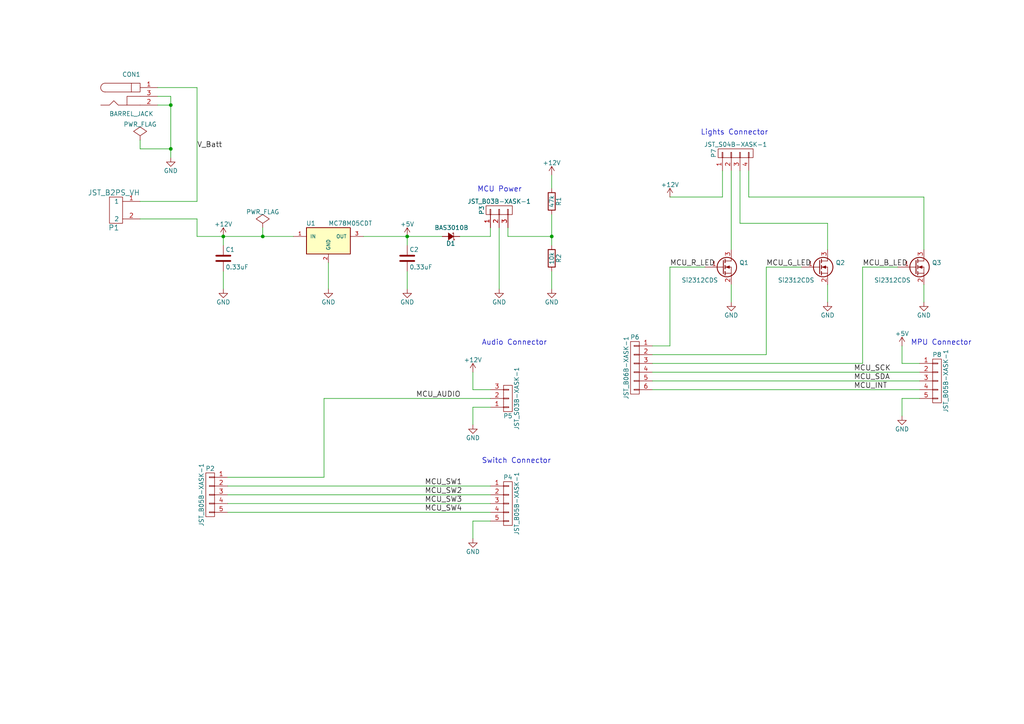
<source format=kicad_sch>
(kicad_sch (version 20230121) (generator eeschema)
  (paper "A4")
  (title_block (title "Light Saber Auxliliary Board") (company "Nightmechanics"))
  (lib_symbols
    (symbol "LightSaber-rescue:+12V" (power) (pin_names (offset 0))
      (property "Value" "+12V" (at 0 3.556 0))
      (symbol "+12V_0_1"
        (polyline (pts (xy -0.762 1.27) (xy 0 2.54)))
        (polyline (pts (xy 0 0) (xy 0 2.54)))
        (polyline (pts (xy 0 2.54) (xy 0.762 1.27)))
      )
      (symbol "+12V_1_1"
        (pin power_in line (at 0 0 90) (length 0) hide (name "+12V") (number "1"))
      )
    )
    (symbol "LightSaber-rescue:+5V" (power) (pin_names (offset 0))
      (property "Value" "+5V" (at 0 3.556 0))
      (symbol "+5V_0_1"
        (polyline (pts (xy -0.762 1.27) (xy 0 2.54)))
        (polyline (pts (xy 0 0) (xy 0 2.54)))
        (polyline (pts (xy 0 2.54) (xy 0.762 1.27)))
      )
      (symbol "+5V_1_1"
        (pin power_in line (at 0 0 90) (length 0) hide (name "+5V") (number "1"))
      )
    )
    (symbol "LightSaber-rescue:BARREL_JACK" (pin_names (offset 1.016))
      (property "Reference" "CON" (at 0 6.35 0))
      (property "Value" "BARREL_JACK" (at 0 -5.08 0))
      (symbol "BARREL_JACK_0_1"
        (arc (start -8.89 2.54) (mid -8.5271 1.6254) (end -7.62 1.27))
        (arc (start -7.62 3.81) (mid -8.5088 3.4366) (end -8.89 2.54))
        (polyline (pts (xy -7.62 1.27) (xy 0 1.27)))
        (polyline (pts (xy 0 3.81) (xy -7.62 3.81)))
        (polyline (pts (xy 2.54 0) (xy -1.27 0) (xy -1.27 -2.54)))
        (polyline (pts (xy 2.54 -2.54) (xy -3.81 -2.54) (xy -5.08 -1.27) (xy -6.35 -2.54) (xy -8.89 -2.54)))
        (rectangle (start 2.54 3.81) (end 0 1.27))
      )
      (symbol "BARREL_JACK_1_1"
        (pin passive line (at 7.62 2.54 180) (length 5.08) (name "~") (number "1"))
        (pin passive line (at 7.62 -2.54 180) (length 5.08) (name "~") (number "2"))
        (pin passive line (at 7.62 0 180) (length 5.08) (name "~") (number "3"))
      )
    )
    (symbol "LightSaber-rescue:BAS3010B" (pin_numbers hide) (pin_names (offset 0.254) hide)
      (property "Reference" "D" (at -1.27 2.032 0))
      (property "Value" "BAS3010B" (at -5.08 -2.54 0))
      (symbol "BAS3010B_0_1"
        (polyline (pts (xy -0.762 -1.016) (xy -0.762 1.016)))
        (polyline (pts (xy -0.762 -1.016) (xy -0.508 -1.016) (xy -0.508 -0.762)))
        (polyline (pts (xy -0.762 1.016) (xy -1.016 1.016) (xy -1.016 0.762)))
        (polyline (pts (xy 0.762 -1.016) (xy -0.762 0) (xy 0.762 1.016) (xy 0.762 -1.016)) (fill (type outline)))
      )
      (symbol "BAS3010B_1_1"
        (pin passive line (at -2.54 0 0) (length 1.778) (name "K") (number "1"))
        (pin passive line (at 2.54 0 180) (length 1.778) (name "A") (number "2"))
      )
    )
    (symbol "LightSaber-rescue:C" (pin_numbers hide) (pin_names (offset 0.254))
      (property "Reference" "C" (at 0.635 2.54 0))
      (property "Value" "C" (at 0.635 -2.54 0))
      (symbol "C_0_1"
        (polyline (pts (xy -2.032 -0.762) (xy 2.032 -0.762)) (stroke (width 0.508)))
        (polyline (pts (xy -2.032 0.762) (xy 2.032 0.762)) (stroke (width 0.508)))
      )
      (symbol "C_1_1"
        (pin passive line (at 0 3.81 270) (length 2.794) (name "~") (number "1"))
        (pin passive line (at 0 -3.81 90) (length 2.794) (name "~") (number "2"))
      )
    )
    (symbol "LightSaber-rescue:GND" (power) (pin_names (offset 0))
      (property "Value" "GND" (at 0 -3.81 0))
      (symbol "GND_0_1"
        (polyline (pts (xy 0 0) (xy 0 -1.27) (xy 1.27 -1.27) (xy 0 -2.54) (xy -1.27 -1.27) (xy 0 -1.27)))
      )
      (symbol "GND_1_1"
        (pin power_in line (at 0 0 270) (length 0) hide (name "GND") (number "1"))
      )
    )
    (symbol "LightSaber-rescue:JST_B03B-XASK-1" (pin_names (offset 1.016) hide)
      (property "Reference" "P" (at 0 5.08 0))
      (property "Value" "JST_B03B-XASK-1" (at 2.54 0 90))
      (symbol "JST_B03B-XASK-1_0_1"
        (rectangle (start -1.27 -2.413) (end 0.254 -2.667))
        (rectangle (start -1.27 0.127) (end 0.254 -0.127))
        (rectangle (start -1.27 2.667) (end 0.254 2.413))
        (rectangle (start -1.27 3.81) (end 1.27 -3.81))
      )
      (symbol "JST_B03B-XASK-1_1_1"
        (pin passive line (at -5.08 2.54 0) (length 3.81) (name "P1") (number "1"))
        (pin passive line (at -5.08 0 0) (length 3.81) (name "P2") (number "2"))
        (pin passive line (at -5.08 -2.54 0) (length 3.81) (name "P3") (number "3"))
      )
    )
    (symbol "LightSaber-rescue:JST_B05B-XASK-1" (pin_names (offset 1.016) hide)
      (property "Reference" "P" (at 0 7.62 0))
      (property "Value" "JST_B05B-XASK-1" (at 2.54 0 90))
      (symbol "JST_B05B-XASK-1_0_1"
        (rectangle (start -1.27 -4.953) (end 0.254 -5.207))
        (rectangle (start -1.27 -2.413) (end 0.254 -2.667))
        (rectangle (start -1.27 0.127) (end 0.254 -0.127))
        (rectangle (start -1.27 2.667) (end 0.254 2.413))
        (rectangle (start -1.27 5.207) (end 0.254 4.953))
        (rectangle (start -1.27 6.35) (end 1.27 -6.35))
      )
      (symbol "JST_B05B-XASK-1_1_1"
        (pin passive line (at -5.08 5.08 0) (length 3.81) (name "P1") (number "1"))
        (pin passive line (at -5.08 2.54 0) (length 3.81) (name "P2") (number "2"))
        (pin passive line (at -5.08 0 0) (length 3.81) (name "P3") (number "3"))
        (pin passive line (at -5.08 -2.54 0) (length 3.81) (name "P4") (number "4"))
        (pin passive line (at -5.08 -5.08 0) (length 3.81) (name "P5") (number "5"))
      )
    )
    (symbol "LightSaber-rescue:JST_B06B-XASK-1" (pin_names (offset 1.016) hide)
      (property "Reference" "P" (at 0 8.89 0))
      (property "Value" "JST_B06B-XASK-1" (at 2.54 0 90))
      (symbol "JST_B06B-XASK-1_0_1"
        (rectangle (start -1.27 -6.223) (end 0.254 -6.477))
        (rectangle (start -1.27 -3.683) (end 0.254 -3.937))
        (rectangle (start -1.27 -1.143) (end 0.254 -1.397))
        (rectangle (start -1.27 1.397) (end 0.254 1.143))
        (rectangle (start -1.27 3.937) (end 0.254 3.683))
        (rectangle (start -1.27 6.477) (end 0.254 6.223))
        (rectangle (start -1.27 7.62) (end 1.27 -7.62))
      )
      (symbol "JST_B06B-XASK-1_1_1"
        (pin passive line (at -5.08 6.35 0) (length 3.81) (name "P1") (number "1"))
        (pin passive line (at -5.08 3.81 0) (length 3.81) (name "P2") (number "2"))
        (pin passive line (at -5.08 1.27 0) (length 3.81) (name "P3") (number "3"))
        (pin passive line (at -5.08 -1.27 0) (length 3.81) (name "P4") (number "4"))
        (pin passive line (at -5.08 -3.81 0) (length 3.81) (name "P5") (number "5"))
        (pin passive line (at -5.08 -6.35 0) (length 3.81) (name "P6") (number "6"))
      )
    )
    (symbol "LightSaber-rescue:JST_B2PS_VH" (pin_names (offset 1.016))
      (property "Reference" "P" (at 0 -5.08 0))
      (property "Value" "JST_B2PS_VH" (at 0 5.08 0))
      (symbol "JST_B2PS_VH_0_1"
        (rectangle (start 2.54 3.81) (end -1.27 -3.81))
      )
      (symbol "JST_B2PS_VH_1_1"
        (pin passive line (at 7.62 2.54 180) (length 5.08) (name "1") (number "1"))
        (pin passive line (at 7.62 -2.54 180) (length 5.08) (name "2") (number "2"))
      )
    )
    (symbol "LightSaber-rescue:JST_S03B-XASK-1" (pin_names (offset 1.016) hide)
      (property "Reference" "P" (at 0 5.08 0))
      (property "Value" "JST_S03B-XASK-1" (at 2.54 0 90))
      (symbol "JST_S03B-XASK-1_0_1"
        (rectangle (start -1.27 -2.413) (end 0.254 -2.667))
        (rectangle (start -1.27 0.127) (end 0.254 -0.127))
        (rectangle (start -1.27 2.667) (end 0.254 2.413))
        (rectangle (start -1.27 3.81) (end 1.27 -3.81))
      )
      (symbol "JST_S03B-XASK-1_1_1"
        (pin passive line (at -5.08 2.54 0) (length 3.81) (name "P1") (number "1"))
        (pin passive line (at -5.08 0 0) (length 3.81) (name "P2") (number "2"))
        (pin passive line (at -5.08 -2.54 0) (length 3.81) (name "P3") (number "3"))
      )
    )
    (symbol "LightSaber-rescue:JST_S04B-XASK-1" (pin_names (offset 1.016) hide)
      (property "Reference" "P" (at 0 6.35 0))
      (property "Value" "JST_S04B-XASK-1" (at 2.54 0 90))
      (symbol "JST_S04B-XASK-1_0_1"
        (rectangle (start -1.27 -3.683) (end 0.254 -3.937))
        (rectangle (start -1.27 -1.143) (end 0.254 -1.397))
        (rectangle (start -1.27 1.397) (end 0.254 1.143))
        (rectangle (start -1.27 3.937) (end 0.254 3.683))
        (rectangle (start -1.27 5.08) (end 1.27 -5.08))
      )
      (symbol "JST_S04B-XASK-1_1_1"
        (pin passive line (at -5.08 3.81 0) (length 3.81) (name "P1") (number "1"))
        (pin passive line (at -5.08 1.27 0) (length 3.81) (name "P2") (number "2"))
        (pin passive line (at -5.08 -1.27 0) (length 3.81) (name "P3") (number "3"))
        (pin passive line (at -5.08 -3.81 0) (length 3.81) (name "P4") (number "4"))
      )
    )
    (symbol "LightSaber-rescue:MC78M05CDT" (pin_names (offset 1.016))
      (property "Reference" "U" (at -5.08 5.08 0))
      (property "Value" "MC78M05CDT" (at 0 5.08 0))
      (property "Footprint" "TO-252" (at 0 2.54 0))
      (symbol "MC78M05CDT_0_1"
        (rectangle (start -6.35 3.81) (end 6.35 -3.81) (stroke (width 0.254)) (fill (type background)))
      )
      (symbol "MC78M05CDT_1_1"
        (pin input line (at -10.16 1.27 0) (length 3.81) (name "IN") (number "1"))
        (pin power_in line (at 0 -6.35 90) (length 2.54) (name "GND") (number "2"))
        (pin power_out line (at 10.16 1.27 180) (length 3.81) (name "OUT") (number "3"))
      )
    )
    (symbol "LightSaber-rescue:PWR_FLAG" (power) (pin_numbers hide) (pin_names (offset 0) hide)
      (property "Value" "PWR_FLAG" (at 0 4.572 0))
      (symbol "PWR_FLAG_0_0"
        (pin power_out line (at 0 0 90) (length 0) (name "pwr") (number "1"))
      )
      (symbol "PWR_FLAG_0_1"
        (polyline (pts (xy 0 0) (xy 0 1.27) (xy -1.905 2.54) (xy 0 3.81) (xy 1.905 2.54) (xy 0 1.27)))
      )
    )
    (symbol "LightSaber-rescue:R" (pin_numbers hide) (pin_names (offset 0))
      (property "Reference" "R" (at 2.032 0 90))
      (property "Value" "R" (at 0 0 90))
      (symbol "R_0_1"
        (rectangle (start -1.016 -2.54) (end 1.016 2.54) (stroke (width 0.254)))
      )
      (symbol "R_1_1"
        (pin passive line (at 0 3.81 270) (length 1.27) (name "~") (number "1"))
        (pin passive line (at 0 -3.81 90) (length 1.27) (name "~") (number "2"))
      )
    )
    (symbol "LightSaber-rescue:Si2312CDS" (pin_names (offset 0) hide)
      (property "Reference" "Q" (at 7.62 1.27 0))
      (property "Value" "Si2312CDS" (at 16.51 -1.27 0))
      (symbol "Si2312CDS_0_1"
        (polyline (pts (xy 0.762 -1.778) (xy 2.54 -1.778)))
        (polyline (pts (xy 0.762 -1.27) (xy 0.762 -2.286)) (stroke (width 0.254)))
        (polyline (pts (xy 0.762 0) (xy 2.54 0)))
        (polyline (pts (xy 0.762 0.508) (xy 0.762 -0.508)) (stroke (width 0.254)))
        (polyline (pts (xy 0.762 1.778) (xy 2.54 1.778)))
        (polyline (pts (xy 0.762 2.286) (xy 0.762 1.27)) (stroke (width 0.254)))
        (polyline (pts (xy 2.54 -1.778) (xy 2.54 -2.54)))
        (polyline (pts (xy 2.54 -1.778) (xy 2.54 0)))
        (polyline (pts (xy 2.54 2.54) (xy 2.54 1.778)))
        (polyline (pts (xy 0.254 1.905) (xy 0.254 -1.905) (xy 0.254 -1.905)) (stroke (width 0.254)))
        (polyline (pts (xy 1.016 0) (xy 2.032 0.381) (xy 2.032 -0.381) (xy 1.016 0)) (fill (type outline)))
        (circle (center 1.27 0) (radius 2.8194) (stroke (width 0.254)))
      )
      (symbol "Si2312CDS_1_1"
        (pin input line (at -5.08 0 0) (length 5.334) (name "G") (number "1"))
        (pin passive line (at 2.54 -5.08 90) (length 2.54) (name "S") (number "2"))
        (pin passive line (at 2.54 5.08 270) (length 2.54) (name "D") (number "3"))
      )
    )
  )
  (junction (at 49.53 43.18))
  (junction (at 49.53 30.48))
  (junction (at 64.77 68.58))
  (junction (at 76.2 68.58))
  (junction (at 118.11 68.58))
  (junction (at 160.02 68.58))
  (wire (pts (xy 144.78 66.04) (xy 144.78 83.82)))
  (wire (pts (xy 118.11 68.58) (xy 118.11 71.12)))
  (wire (pts (xy 250.19 105.41) (xy 250.19 77.47)))
  (wire (pts (xy 160.02 62.23) (xy 160.02 68.58)))
  (wire (pts (xy 137.16 113.03) (xy 137.16 107.95)))
  (wire (pts (xy 194.31 100.33) (xy 194.31 77.47)))
  (wire (pts (xy 49.53 27.94) (xy 49.53 30.48)))
  (wire (pts (xy 160.02 50.8) (xy 160.02 54.61)))
  (wire (pts (xy 66.04 148.59) (xy 142.24 148.59)))
  (wire (pts (xy 49.53 30.48) (xy 45.72 30.48)))
  (wire (pts (xy 66.04 143.51) (xy 142.24 143.51)))
  (wire (pts (xy 118.11 78.74) (xy 118.11 83.82)))
  (wire (pts (xy 267.97 87.63) (xy 267.97 82.55)))
  (wire (pts (xy 189.23 107.95) (xy 266.7 107.95)))
  (wire (pts (xy 160.02 68.58) (xy 160.02 71.12)))
  (wire (pts (xy 137.16 118.11) (xy 137.16 123.19)))
  (wire (pts (xy 214.63 64.77) (xy 240.03 64.77)))
  (wire (pts (xy 142.24 68.58) (xy 142.24 66.04)))
  (wire (pts (xy 261.62 115.57) (xy 261.62 120.65)))
  (wire (pts (xy 217.17 57.15) (xy 267.97 57.15)))
  (wire (pts (xy 64.77 68.58) (xy 76.2 68.58)))
  (wire (pts (xy 118.11 68.58) (xy 128.27 68.58)))
  (wire (pts (xy 266.7 115.57) (xy 261.62 115.57)))
  (wire (pts (xy 45.72 25.4) (xy 57.15 25.4)))
  (wire (pts (xy 45.72 27.94) (xy 49.53 27.94)))
  (wire (pts (xy 147.32 66.04) (xy 147.32 68.58)))
  (wire (pts (xy 40.64 63.5) (xy 57.15 63.5)))
  (wire (pts (xy 57.15 25.4) (xy 57.15 58.42)))
  (wire (pts (xy 209.55 57.15) (xy 194.31 57.15)))
  (wire (pts (xy 93.98 115.57) (xy 142.24 115.57)))
  (wire (pts (xy 160.02 78.74) (xy 160.02 83.82)))
  (wire (pts (xy 64.77 78.74) (xy 64.77 83.82)))
  (wire (pts (xy 57.15 63.5) (xy 57.15 68.58)))
  (wire (pts (xy 189.23 110.49) (xy 266.7 110.49)))
  (wire (pts (xy 147.32 68.58) (xy 160.02 68.58)))
  (wire (pts (xy 93.98 138.43) (xy 66.04 138.43)))
  (wire (pts (xy 217.17 49.53) (xy 217.17 57.15)))
  (wire (pts (xy 142.24 68.58) (xy 133.35 68.58)))
  (wire (pts (xy 189.23 105.41) (xy 250.19 105.41)))
  (wire (pts (xy 261.62 105.41) (xy 261.62 100.33)))
  (wire (pts (xy 189.23 100.33) (xy 194.31 100.33)))
  (wire (pts (xy 66.04 146.05) (xy 142.24 146.05)))
  (wire (pts (xy 49.53 30.48) (xy 49.53 43.18)))
  (wire (pts (xy 222.25 102.87) (xy 222.25 77.47)))
  (wire (pts (xy 137.16 151.13) (xy 137.16 156.21)))
  (wire (pts (xy 214.63 49.53) (xy 214.63 64.77)))
  (wire (pts (xy 95.25 76.2) (xy 95.25 83.82)))
  (wire (pts (xy 189.23 113.03) (xy 266.7 113.03)))
  (wire (pts (xy 105.41 68.58) (xy 118.11 68.58)))
  (wire (pts (xy 222.25 77.47) (xy 232.41 77.47)))
  (wire (pts (xy 189.23 102.87) (xy 222.25 102.87)))
  (wire (pts (xy 137.16 113.03) (xy 142.24 113.03)))
  (wire (pts (xy 212.09 49.53) (xy 212.09 72.39)))
  (wire (pts (xy 142.24 151.13) (xy 137.16 151.13)))
  (wire (pts (xy 266.7 105.41) (xy 261.62 105.41)))
  (wire (pts (xy 66.04 140.97) (xy 142.24 140.97)))
  (wire (pts (xy 76.2 66.04) (xy 76.2 68.58)))
  (wire (pts (xy 57.15 58.42) (xy 40.64 58.42)))
  (wire (pts (xy 250.19 77.47) (xy 260.35 77.47)))
  (wire (pts (xy 212.09 82.55) (xy 212.09 87.63)))
  (wire (pts (xy 240.03 82.55) (xy 240.03 87.63)))
  (wire (pts (xy 267.97 57.15) (xy 267.97 72.39)))
  (wire (pts (xy 93.98 115.57) (xy 93.98 138.43)))
  (wire (pts (xy 76.2 68.58) (xy 85.09 68.58)))
  (wire (pts (xy 40.64 43.18) (xy 49.53 43.18)))
  (wire (pts (xy 209.55 49.53) (xy 209.55 57.15)))
  (wire (pts (xy 137.16 118.11) (xy 142.24 118.11)))
  (wire (pts (xy 64.77 71.12) (xy 64.77 68.58)))
  (wire (pts (xy 49.53 43.18) (xy 49.53 45.72)))
  (wire (pts (xy 194.31 77.47) (xy 204.47 77.47)))
  (wire (pts (xy 40.64 40.64) (xy 40.64 43.18)))
  (wire (pts (xy 57.15 68.58) (xy 64.77 68.58)))
  (wire (pts (xy 240.03 64.77) (xy 240.03 72.39)))
  (text "Lights Connector" (at 203.2 39.37 0) (effects (font (size 1.524 1.524)) (justify left bottom)))
  (text "Audio Connector" (at 139.7 100.33 0) (effects (font (size 1.524 1.524)) (justify left bottom)))
  (text "MPU Connector" (at 264.16 100.33 0) (effects (font (size 1.524 1.524)) (justify left bottom)))
  (text "MCU Power" (at 138.43 55.88 0) (effects (font (size 1.524 1.524)) (justify left bottom)))
  (text "Switch Connector" (at 139.7 134.62 0) (effects (font (size 1.524 1.524)) (justify left bottom)))
  (label "MCU_B_LED" (at 250.19 77.47 0) (effects (font (size 1.524 1.524))))
  (label "V_Batt" (at 57.15 43.18 0) (effects (font (size 1.524 1.524))))
  (label "MCU_SW3" (at 123.19 146.05 0) (effects (font (size 1.524 1.524))))
  (label "MCU_AUDIO" (at 120.65 115.57 0) (effects (font (size 1.524 1.524))))
  (label "MCU_SW1" (at 123.19 140.97 0) (effects (font (size 1.524 1.524))))
  (label "MCU_SCK" (at 247.65 107.95 0) (effects (font (size 1.524 1.524))))
  (label "MCU_G_LED" (at 222.25 77.47 0) (effects (font (size 1.524 1.524))))
  (label "MCU_INT" (at 247.65 113.03 0) (effects (font (size 1.524 1.524))))
  (label "MCU_SW2" (at 123.19 143.51 0) (effects (font (size 1.524 1.524))))
  (label "MCU_R_LED" (at 194.31 77.47 0) (effects (font (size 1.524 1.524))))
  (label "MCU_SDA" (at 247.65 110.49 0) (effects (font (size 1.524 1.524))))
  (label "MCU_SW4" (at 123.19 148.59 0) (effects (font (size 1.524 1.524))))
  (symbol (lib_id "LightSaber-rescue:MC78M05CDT") (at 95.25 69.85 0) (unit 1)
    (property "Reference" "U1" (at 90.17 64.77 0))
    (property "Value" "MC78M05CDT" (at 95.25 64.77 0) (effects (justify left)))
    (property "Footprint" "Nightmechanic_PCB:TO-252-2Lead-D-PAK" (effects hide))
  )
  (symbol (lib_id "LightSaber-rescue:JST_B2PS_VH") (at 33.02 60.96 0) (unit 1)
    (property "Reference" "P1" (at 33.02 66.04 0) (effects (font (size 1.524 1.524))))
    (property "Value" "JST_B2PS_VH" (at 33.02 55.88 0) (effects (font (size 1.524 1.524))))
    (property "Footprint" "Nightmechanic_PCB:B2PS-VH" (effects hide))
  )
  (symbol (lib_id "LightSaber-rescue:C") (at 64.77 74.93 0) (unit 1)
    (property "Reference" "C1" (at 65.405 72.39 0) (effects (justify left)))
    (property "Value" "0.33uF" (at 65.405 77.47 0) (effects (justify left)))
    (property "Footprint" "Capacitors_SMD:C_0805_HandSoldering" (effects hide))
  )
  (symbol (lib_id "LightSaber-rescue:BARREL_JACK") (at 38.1 27.94 0) (unit 1)
    (property "Reference" "CON1" (at 38.1 21.59 0))
    (property "Value" "BARREL_JACK" (at 38.1 33.02 0))
    (property "Footprint" "Nightmechanic_PCB:CDI_BARREL_JACK" (effects hide))
  )
  (symbol (lib_id "LightSaber-rescue:C") (at 118.11 74.93 0) (unit 1)
    (property "Reference" "C2" (at 118.745 72.39 0) (effects (justify left)))
    (property "Value" "0.33uF" (at 118.745 77.47 0) (effects (justify left)))
    (property "Footprint" "Capacitors_SMD:C_0805_HandSoldering" (effects hide))
  )
  (symbol (lib_id "LightSaber-rescue:Si2312CDS") (at 209.55 77.47 0) (unit 1)
    (property "Reference" "Q1" (at 217.17 76.2 0) (effects (justify right)))
    (property "Value" "Si2312CDS" (at 208.28 81.28 0) (effects (justify right)))
    (property "Footprint" "TO_SOT_Packages_SMD:SOT-23" (effects hide))
    (property "Datasheet" "http://www.vishay.com/docs/65900/SI2312CD.pdf" (effects hide))
  )
  (symbol (lib_id "LightSaber-rescue:Si2312CDS") (at 237.49 77.47 0) (unit 1)
    (property "Reference" "Q2" (at 245.11 76.2 0) (effects (justify right)))
    (property "Value" "Si2312CDS" (at 236.22 81.28 0) (effects (justify right)))
    (property "Footprint" "TO_SOT_Packages_SMD:SOT-23" (effects hide))
    (property "Datasheet" "http://www.vishay.com/docs/65900/SI2312CD.pdf" (effects hide))
  )
  (symbol (lib_id "LightSaber-rescue:Si2312CDS") (at 265.43 77.47 0) (unit 1)
    (property "Reference" "Q3" (at 273.05 76.2 0) (effects (justify right)))
    (property "Value" "Si2312CDS" (at 264.16 81.28 0) (effects (justify right)))
    (property "Footprint" "TO_SOT_Packages_SMD:SOT-23" (effects hide))
    (property "Datasheet" "http://www.vishay.com/docs/65900/SI2312CD.pdf" (effects hide))
  )
  (symbol (lib_id "LightSaber-rescue:GND") (at 49.53 45.72 0) (unit 1)
    (property "Reference" "#PWR01" (effects hide))
    (property "Value" "GND" (at 49.53 49.53 0))
  )
  (symbol (lib_id "LightSaber-rescue:GND") (at 240.03 87.63 0) (unit 1)
    (property "Reference" "#PWR02" (effects hide))
    (property "Value" "GND" (at 240.03 91.44 0))
  )
  (symbol (lib_id "LightSaber-rescue:GND") (at 212.09 87.63 0) (unit 1)
    (property "Reference" "#PWR03" (effects hide))
    (property "Value" "GND" (at 212.09 91.44 0))
  )
  (symbol (lib_id "LightSaber-rescue:GND") (at 267.97 87.63 0) (unit 1)
    (property "Reference" "#PWR04" (effects hide))
    (property "Value" "GND" (at 267.97 91.44 0))
  )
  (symbol (lib_id "LightSaber-rescue:GND") (at 64.77 83.82 0) (unit 1)
    (property "Reference" "#PWR05" (effects hide))
    (property "Value" "GND" (at 64.77 87.63 0))
  )
  (symbol (lib_id "LightSaber-rescue:GND") (at 95.25 83.82 0) (unit 1)
    (property "Reference" "#PWR06" (effects hide))
    (property "Value" "GND" (at 95.25 87.63 0))
  )
  (symbol (lib_id "LightSaber-rescue:GND") (at 118.11 83.82 0) (unit 1)
    (property "Reference" "#PWR07" (effects hide))
    (property "Value" "GND" (at 118.11 87.63 0))
  )
  (symbol (lib_id "LightSaber-rescue:+5V") (at 118.11 68.58 0) (unit 1)
    (property "Reference" "#PWR08" (effects hide))
    (property "Value" "+5V" (at 118.11 65.024 0))
  )
  (symbol (lib_id "LightSaber-rescue:JST_S04B-XASK-1") (at 213.36 44.45 90) (unit 1)
    (property "Reference" "P7" (at 207.01 44.45 0))
    (property "Value" "JST_S04B-XASK-1" (at 213.36 41.91 90))
    (property "Footprint" "Nightmechanic_PCB:JST_S04B_XASK_1" (effects hide))
  )
  (symbol (lib_id "LightSaber-rescue:JST_B03B-XASK-1") (at 144.78 60.96 90) (unit 1)
    (property "Reference" "P3" (at 139.7 60.96 0))
    (property "Value" "JST_B03B-XASK-1" (at 144.78 58.42 90))
    (property "Footprint" "Nightmechanic_PCB:JST_B03B_XASK_1" (effects hide))
    (property "Datasheet" "http://www.jst-mfg.com/product/pdf/eng/eXA1.pdf" (effects hide))
  )
  (symbol (lib_id "LightSaber-rescue:GND") (at 144.78 83.82 0) (unit 1)
    (property "Reference" "#PWR09" (effects hide))
    (property "Value" "GND" (at 144.78 87.63 0))
  )
  (symbol (lib_id "LightSaber-rescue:R") (at 160.02 58.42 0) (unit 1)
    (property "Reference" "R1" (at 162.052 58.42 90))
    (property "Value" "47k" (at 160.02 58.42 90))
    (property "Footprint" "Resistors_SMD:R_0805_HandSoldering" (effects hide))
  )
  (symbol (lib_id "LightSaber-rescue:R") (at 160.02 74.93 0) (unit 1)
    (property "Reference" "R2" (at 162.052 74.93 90))
    (property "Value" "10k" (at 160.02 74.93 90))
    (property "Footprint" "Resistors_SMD:R_0805_HandSoldering" (effects hide))
  )
  (symbol (lib_id "LightSaber-rescue:GND") (at 160.02 83.82 0) (unit 1)
    (property "Reference" "#PWR010" (effects hide))
    (property "Value" "GND" (at 160.02 87.63 0))
  )
  (symbol (lib_id "LightSaber-rescue:+12V") (at 64.77 68.58 0) (unit 1)
    (property "Reference" "#PWR011" (effects hide))
    (property "Value" "+12V" (at 64.77 65.024 0))
  )
  (symbol (lib_id "LightSaber-rescue:+12V") (at 194.31 57.15 0) (unit 1)
    (property "Reference" "#PWR012" (effects hide))
    (property "Value" "+12V" (at 194.31 53.594 0))
  )
  (symbol (lib_id "LightSaber-rescue:+12V") (at 160.02 50.8 0) (unit 1)
    (property "Reference" "#PWR013" (effects hide))
    (property "Value" "+12V" (at 160.02 47.244 0))
  )
  (symbol (lib_id "LightSaber-rescue:BAS3010B") (at 130.81 68.58 180) (unit 1)
    (property "Reference" "D1" (at 132.08 70.612 0) (effects (justify left)))
    (property "Value" "BAS3010B" (at 135.89 66.04 0) (effects (justify left)))
    (property "Footprint" "Nightmechanic_PCB:SOD-323" (effects hide))
    (property "Datasheet" "http://www.infineon.com/dgdl/Infineon-BAS3010BSERIES-DS-v01_01-en.pdf?fileId=db3a304313e278750113e29a03a70005" (effects hide))
  )
  (symbol (lib_id "LightSaber-rescue:JST_S03B-XASK-1") (at 147.32 115.57 0) (mirror x) (unit 1)
    (property "Reference" "P5" (at 147.32 120.65 0))
    (property "Value" "JST_S03B-XASK-1" (at 149.86 115.57 90))
    (property "Footprint" "Nightmechanic_PCB:JST_S03B_XASK_1" (effects hide))
    (property "Datasheet" "http://www.jst-mfg.com/product/pdf/eng/eXA1.pdf" (effects hide))
  )
  (symbol (lib_id "LightSaber-rescue:+12V") (at 137.16 107.95 0) (unit 1)
    (property "Reference" "#PWR014" (effects hide))
    (property "Value" "+12V" (at 137.16 104.394 0))
  )
  (symbol (lib_id "LightSaber-rescue:GND") (at 137.16 123.19 0) (unit 1)
    (property "Reference" "#PWR015" (effects hide))
    (property "Value" "GND" (at 137.16 127 0))
  )
  (symbol (lib_id "LightSaber-rescue:JST_B05B-XASK-1") (at 271.78 110.49 0) (unit 1)
    (property "Reference" "P8" (at 271.78 102.87 0))
    (property "Value" "JST_B05B-XASK-1" (at 274.32 110.49 90))
    (property "Footprint" "Nightmechanic_PCB:JST_B05B_XASK_1" (effects hide))
    (property "Datasheet" "http://www.jst-mfg.com/product/pdf/eng/eXA1.pdf" (effects hide))
  )
  (symbol (lib_id "LightSaber-rescue:+5V") (at 261.62 100.33 0) (unit 1)
    (property "Reference" "#PWR016" (effects hide))
    (property "Value" "+5V" (at 261.62 96.774 0))
  )
  (symbol (lib_id "LightSaber-rescue:GND") (at 261.62 120.65 0) (unit 1)
    (property "Reference" "#PWR017" (effects hide))
    (property "Value" "GND" (at 261.62 124.46 0))
  )
  (symbol (lib_id "LightSaber-rescue:JST_B05B-XASK-1") (at 147.32 146.05 0) (unit 1)
    (property "Reference" "P4" (at 147.32 138.43 0))
    (property "Value" "JST_B05B-XASK-1" (at 149.86 146.05 90))
    (property "Footprint" "Nightmechanic_PCB:JST_B05B_XASK_1" (effects hide))
    (property "Datasheet" "http://www.jst-mfg.com/product/pdf/eng/eXA1.pdf" (effects hide))
  )
  (symbol (lib_id "LightSaber-rescue:GND") (at 137.16 156.21 0) (unit 1)
    (property "Reference" "#PWR018" (effects hide))
    (property "Value" "GND" (at 137.16 160.02 0))
  )
  (symbol (lib_id "LightSaber-rescue:JST_B05B-XASK-1") (at 60.96 143.51 0) (mirror y) (unit 1)
    (property "Reference" "P2" (at 60.96 135.89 0))
    (property "Value" "JST_B05B-XASK-1" (at 58.42 143.51 90))
    (property "Footprint" "Nightmechanic_PCB:JST_B05B_XASK_1" (effects hide))
    (property "Datasheet" "http://www.jst-mfg.com/product/pdf/eng/eXA1.pdf" (effects hide))
  )
  (symbol (lib_id "LightSaber-rescue:JST_B06B-XASK-1") (at 184.15 106.68 0) (mirror y) (unit 1)
    (property "Reference" "P6" (at 184.15 97.79 0))
    (property "Value" "JST_B06B-XASK-1" (at 181.61 106.68 90))
    (property "Footprint" "Nightmechanic_PCB:JST_B06B_XASK_1" (effects hide))
    (property "Datasheet" "http://www.jst-mfg.com/product/pdf/eng/eXA1.pdf" (effects hide))
  )
  (symbol (lib_id "LightSaber-rescue:PWR_FLAG") (at 76.2 66.04 0) (unit 1)
    (property "Reference" "#FLG019" (effects hide))
    (property "Value" "PWR_FLAG" (at 76.2 61.468 0))
  )
  (symbol (lib_id "LightSaber-rescue:PWR_FLAG") (at 40.64 40.64 0) (unit 1)
    (property "Reference" "#FLG020" (effects hide))
    (property "Value" "PWR_FLAG" (at 40.64 36.068 0))
  )
)
</source>
